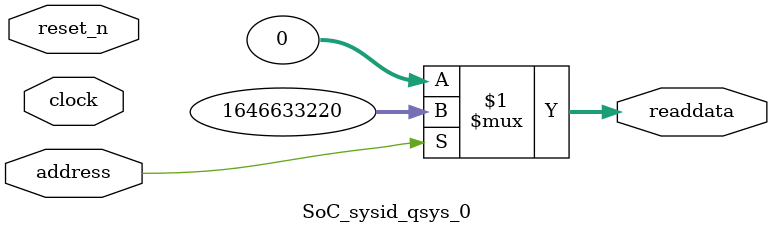
<source format=v>

`timescale 1ns / 1ps
// synthesis translate_on

// turn off superfluous verilog processor warnings 
// altera message_level Level1 
// altera message_off 10034 10035 10036 10037 10230 10240 10030 

module SoC_sysid_qsys_0 (
               // inputs:
                address,
                clock,
                reset_n,

               // outputs:
                readdata
             )
;

  output  [ 31: 0] readdata;
  input            address;
  input            clock;
  input            reset_n;

  wire    [ 31: 0] readdata;
  //control_slave, which is an e_avalon_slave
  assign readdata = address ? 1646633220 : 0;

endmodule




</source>
